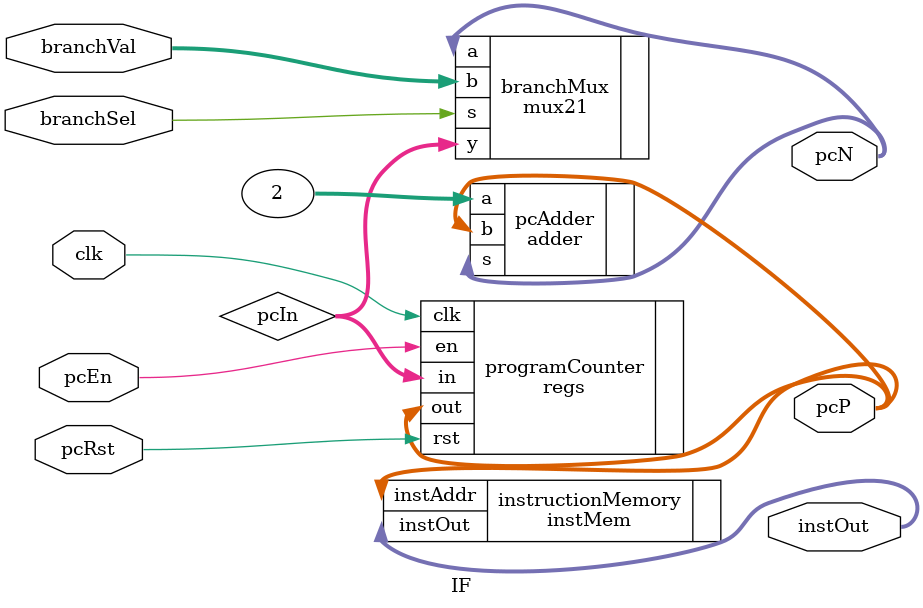
<source format=sv>
module IF(
  input         pcRst, 
  input         clk,
  input         branchSel, 
  input         pcEn,
  input  [7:0]  branchVal,
  output [15:0] pcP,
  output [15:0] pcN, 
  output [15:0] instOut
);
  
  logic  [31:0] pcIn;
  
  adder #(32) pcAdder (.a(32'd2), .b(pcP), .s(pcN)); 
  instMem #(8) instructionMemory (.instAddr(pcP), .instOut(instOut));
  mux21 #(32) branchMux (.a(pcN), .b(branchVal), .s(branchSel), .y(pcIn));
  regs #(32) programCounter (.clk(clk), .rst(pcRst), .in(pcIn), .out(pcP), .en(pcEn));

endmodule

</source>
